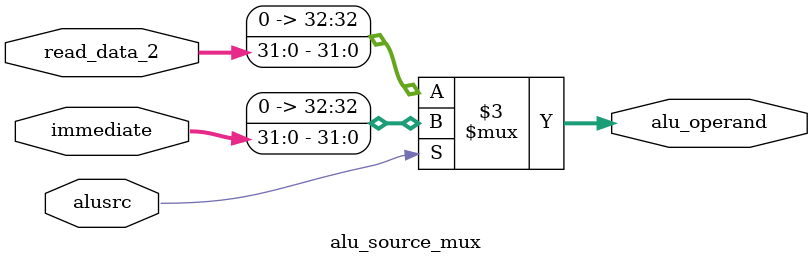
<source format=v>
module alu_source_mux(
    input [31:0] read_data_2,
    input [31:0] immediate,
    input alusrc,
    output reg [32:0] alu_operand
);

    always@(*) begin
        if (alusrc) begin
            alu_operand = immediate;
        end
        else begin 
            alu_operand = read_data_2;
        end
    end


endmodule
</source>
